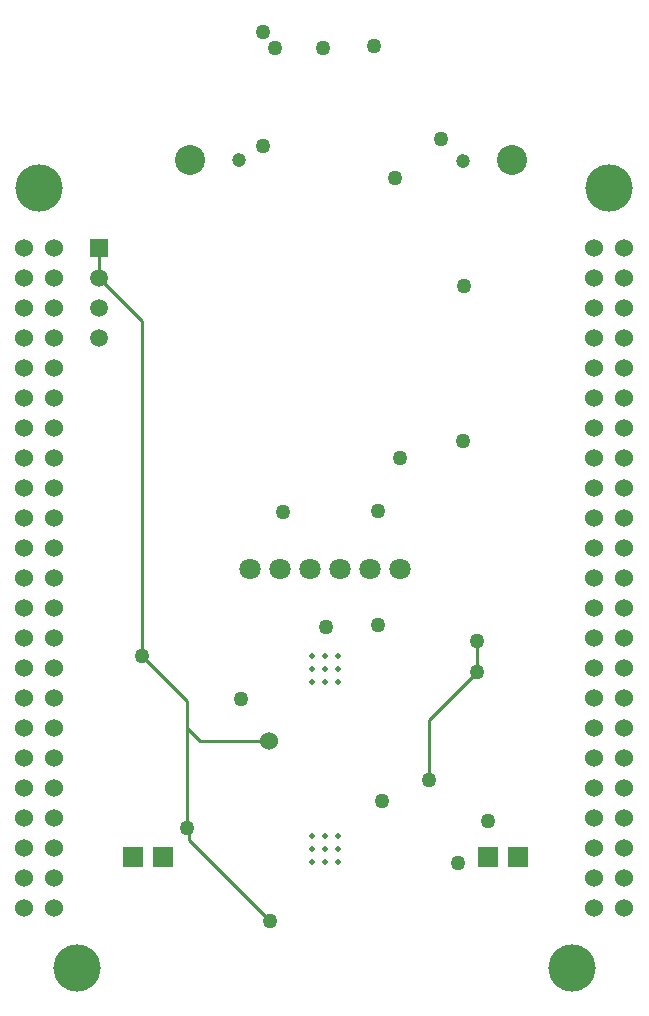
<source format=gbr>
G04 Layer_Physical_Order=3*
G04 Layer_Color=36540*
%FSLAX26Y26*%
%MOIN*%
%TF.FileFunction,Copper,L3,Inr,Signal*%
%TF.Part,Single*%
G01*
G75*
%TA.AperFunction,Conductor*%
%ADD12C,0.010000*%
%TA.AperFunction,ComponentPad*%
%ADD13C,0.157480*%
%ADD14C,0.060000*%
%TA.AperFunction,ViaPad*%
%ADD15C,0.060000*%
%TA.AperFunction,ComponentPad*%
%ADD16C,0.100000*%
%ADD17C,0.047000*%
%ADD18R,0.059055X0.059055*%
%ADD19C,0.059055*%
%ADD20R,0.070866X0.070866*%
%ADD21C,0.070866*%
%TA.AperFunction,ViaPad*%
%ADD22C,0.050000*%
%ADD23C,0.019685*%
D12*
X447630Y-1973063D02*
X717566Y-2243000D01*
X293000Y-1357874D02*
X443000Y-1507874D01*
X714614Y-1652225D02*
Y-1643000D01*
X150000Y-100000D02*
X293000Y-243000D01*
Y-1357874D02*
Y-243000D01*
X150000Y-100000D02*
Y0D01*
X447630Y-1973063D02*
Y-1933063D01*
X486000Y-1643000D02*
X714614D01*
X443000Y-1600000D02*
X486000Y-1643000D01*
X443000Y-1933063D02*
Y-1600000D01*
Y-1507874D01*
X1250078Y-1773000D02*
Y-1573922D01*
X1410000Y-1414000D01*
Y-1331000D01*
D13*
X1850000Y200000D02*
D03*
X-50000D02*
D03*
X75000Y-2400000D02*
D03*
X1725000D02*
D03*
D14*
X1800000Y0D02*
D03*
Y-100000D02*
D03*
Y-200000D02*
D03*
Y-300000D02*
D03*
Y-400000D02*
D03*
Y-500000D02*
D03*
Y-600000D02*
D03*
Y-700000D02*
D03*
Y-800000D02*
D03*
Y-900000D02*
D03*
Y-1000000D02*
D03*
Y-1100000D02*
D03*
Y-1200000D02*
D03*
Y-1300000D02*
D03*
Y-1400000D02*
D03*
Y-1500000D02*
D03*
Y-1600000D02*
D03*
Y-1700000D02*
D03*
Y-1800000D02*
D03*
Y-1900000D02*
D03*
Y-2000000D02*
D03*
Y-2100000D02*
D03*
Y-2200000D02*
D03*
X1900000Y-100000D02*
D03*
Y-200000D02*
D03*
Y-300000D02*
D03*
Y-400000D02*
D03*
Y-500000D02*
D03*
Y-600000D02*
D03*
Y-700000D02*
D03*
Y-800000D02*
D03*
Y-900000D02*
D03*
Y-1000000D02*
D03*
Y-1100000D02*
D03*
Y-1200000D02*
D03*
Y-1300000D02*
D03*
Y-1400000D02*
D03*
Y-1500000D02*
D03*
Y-1600000D02*
D03*
Y-1700000D02*
D03*
Y-1800000D02*
D03*
Y-1900000D02*
D03*
Y-2000000D02*
D03*
Y-2100000D02*
D03*
Y-2200000D02*
D03*
X0Y0D02*
D03*
X-100000D02*
D03*
Y-100000D02*
D03*
Y-200000D02*
D03*
Y-300000D02*
D03*
Y-400000D02*
D03*
Y-500000D02*
D03*
Y-600000D02*
D03*
Y-700000D02*
D03*
Y-800000D02*
D03*
Y-900000D02*
D03*
Y-1000000D02*
D03*
Y-1100000D02*
D03*
Y-1200000D02*
D03*
Y-1300000D02*
D03*
Y-1400000D02*
D03*
Y-1500000D02*
D03*
Y-1600000D02*
D03*
Y-1700000D02*
D03*
Y-1800000D02*
D03*
Y-1900000D02*
D03*
Y-2000000D02*
D03*
Y-2100000D02*
D03*
Y-2200000D02*
D03*
X0Y-100000D02*
D03*
Y-200000D02*
D03*
Y-300000D02*
D03*
Y-400000D02*
D03*
Y-500000D02*
D03*
Y-600000D02*
D03*
Y-700000D02*
D03*
Y-800000D02*
D03*
Y-900000D02*
D03*
Y-1000000D02*
D03*
Y-1100000D02*
D03*
Y-1200000D02*
D03*
Y-1300000D02*
D03*
Y-1400000D02*
D03*
Y-1500000D02*
D03*
Y-1600000D02*
D03*
Y-1700000D02*
D03*
Y-1800000D02*
D03*
Y-1900000D02*
D03*
Y-2000000D02*
D03*
Y-2100000D02*
D03*
Y-2200000D02*
D03*
X1900000Y0D02*
D03*
D15*
X714614Y-1643000D02*
D03*
D16*
X1524200Y293000D02*
D03*
X451800D02*
D03*
D17*
X613700D02*
D03*
X1362300Y291400D02*
D03*
D18*
X150000Y0D02*
D03*
D19*
Y-100000D02*
D03*
Y-200000D02*
D03*
Y-300000D02*
D03*
D20*
X262449Y-2027897D02*
D03*
X362449D02*
D03*
X1443551D02*
D03*
X1543551D02*
D03*
D21*
X1153000Y-1069000D02*
D03*
X1053000D02*
D03*
X953000D02*
D03*
X853000D02*
D03*
X753000D02*
D03*
X653000D02*
D03*
D22*
X734000Y668000D02*
D03*
X695000Y722000D02*
D03*
X895000Y666000D02*
D03*
X1064000Y675000D02*
D03*
X717566Y-2243000D02*
D03*
X695000Y340000D02*
D03*
X1093000Y-1843000D02*
D03*
X1250078Y-1773000D02*
D03*
X623000Y-1503000D02*
D03*
X906000Y-1263000D02*
D03*
X1288000Y363000D02*
D03*
X443000Y-1933063D02*
D03*
X293000Y-1357874D02*
D03*
X763000Y-878000D02*
D03*
X1345000Y-2050000D02*
D03*
X1077928Y-1257598D02*
D03*
Y-875000D02*
D03*
X1362688Y-642598D02*
D03*
X1153000Y-698779D02*
D03*
X1365000Y-125000D02*
D03*
X1135000Y235000D02*
D03*
X1410000Y-1311000D02*
D03*
Y-1414000D02*
D03*
X1443766Y-1909000D02*
D03*
D23*
X946307Y-1959693D02*
D03*
X903000D02*
D03*
X859693D02*
D03*
X946307Y-2003000D02*
D03*
X903000D02*
D03*
X859693D02*
D03*
X946307Y-2046307D02*
D03*
X903000D02*
D03*
X859693D02*
D03*
Y-1444488D02*
D03*
X903000D02*
D03*
X946307D02*
D03*
X859693Y-1401181D02*
D03*
X903000D02*
D03*
X946307D02*
D03*
X859693Y-1357874D02*
D03*
X903000D02*
D03*
X946307D02*
D03*
%TF.MD5,58894ebfe93a0367dbf6bb2e89d15c36*%
M02*

</source>
